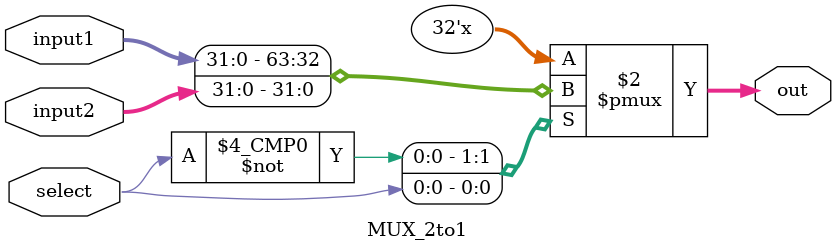
<source format=v>
module MUX_2to1( input1 , input2, select, out );
  input [31:0] input1, input2;
  input select;
  output [31:0]out;
  reg [31:0]out;
  
  always @(input1 or input2 or select )
    begin 
      case(select)
       
          1'b0:   out=input1;
          1'b1:  out=input2;
          
      endcase
    end
 endmodule   
</source>
